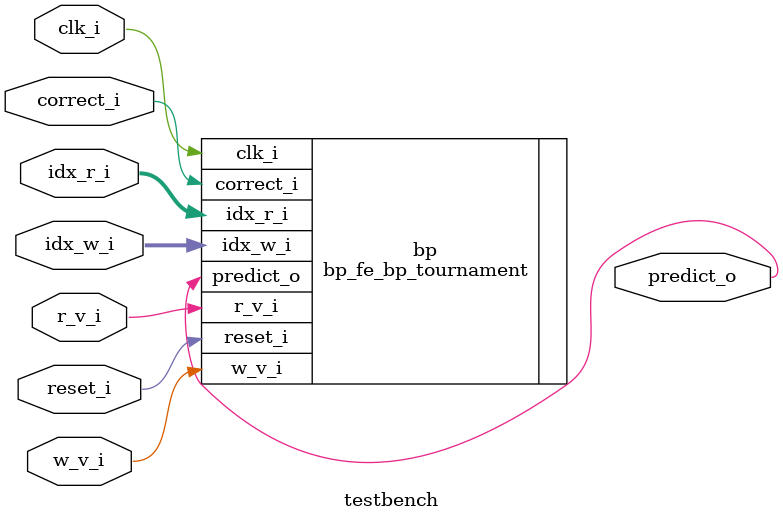
<source format=sv>
module testbench
  #( parameter bht_idx_width_p   = 9
  ,  parameter bp_cnt_sat_bits_p = 2
  )
  ( input                       clk_i
  , input                       reset_i

  , input                       w_v_i
  , input [bht_idx_width_p-1:0] idx_w_i
  , input                       correct_i

  , input                       r_v_i
  , input [bht_idx_width_p-1:0] idx_r_i
  , output                      predict_o
  );


bp_fe_bp_tournament
    #(.bht_idx_width_p(bht_idx_width_p),
      .bp_cnt_sat_bits_p(bp_cnt_sat_bits_p)
    ) bp
    ( .clk_i(clk_i)
    , .reset_i(reset_i)

    , .w_v_i(w_v_i)
    , .idx_w_i(idx_w_i)
    , .correct_i(correct_i)

    , .r_v_i(r_v_i)
    , .idx_r_i(idx_r_i)
    , .predict_o(predict_o)
);


`ifndef VERILATOR
  // dump waves
  initial begin
    $dumpfile("dump.vcd");
    $dumpvars(1, testbench);
  end
`endif

endmodule

</source>
